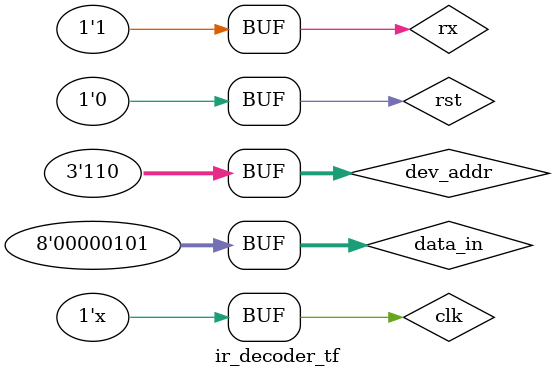
<source format=v>


`timescale 1ns/1ns
module ir_decoder_tf();

// DATE:     12:18:22 06/27/2014 
// MODULE:   IR_decoder
// DESIGN:   IR_decoder
// FILENAME: ir_decoder_tf.v
// PROJECT:  48V1
// VERSION:  


// Inputs
    reg clk;
    reg rst;
    reg rx;
    reg [7:0] data_in;
    reg [2:0] dev_addr;


// Outputs
    wire cmd_reset;
    wire cmd_rst_dac;
    wire cmd_inc_dac;
    wire cmd_dev_sel;
    wire cmd_rst_test;
    wire cmd_startup;
    wire [4:0] pkt_addr;
    wire tx;
    wire [7:0] dev_sel_byte;


// Bidirs


// Instantiate the UUT
    IR_decoder uut (
        .clk(clk), 
        .rst(rst), 
        .rx(rx), 
        .data_in(data_in), 
        .dev_addr(dev_addr), 
        .cmd_reset(cmd_reset), 
        .cmd_rst_dac(cmd_rst_dac), 
        .cmd_inc_dac(cmd_inc_dac), 
        .cmd_dev_sel(cmd_dev_sel), 
        .cmd_rst_test(cmd_rst_test), 
        .cmd_startup(cmd_startup), 
        .pkt_addr(pkt_addr), 
        .tx(tx), 
        .dev_sel_byte(dev_sel_byte)
        );


// Initialize Inputs
        initial begin
            clk = 0;
            rst = 0;
		  data_in = 0;
		  dev_addr = 0;
		  rx = 0;

		  #50 rst = 1;
		  #50 rst = 0;
            

		  #100 data_in = 8'haa;
		  dev_addr = 3'b110;
		  	
			#(52083*12) rx =1;//idle

			//cmd_reset
			#(52083*2) rx =0;//start
			#(52083*2) rx =1;
			#(52083*2) rx =0;
			#(52083*2) rx =0;
			#(52083*2) rx =0;
			#(52083*2) rx =0;
			#(52083*2) rx =0;
			#(52083*2) rx =1;
			#(52083*2) rx =0;
			#(52083*2) rx =1;//stop
			#((52083*2)*12) rx =1;//idle
			//cmd_rst_dac
			#(52083*2) rx =0;//start
			#(52083*2) rx =0;
			#(52083*2) rx =1;
			#(52083*2) rx =0;
			#(52083*2) rx =0;
			#(52083*2) rx =0;
			#(52083*2) rx =0;
			#(52083*2) rx =1;
			#(52083*2) rx =0;
			#(52083*2) rx =1;//stop
			#((52083*2)*12) rx =1;//idle
			//cmd_inc_dac
			#(52083*2) rx =0;//start
			#(52083*2) rx =1;
			#(52083*2) rx =1;
			#(52083*2) rx =0;
			#(52083*2) rx =0;
			#(52083*2) rx =0;
			#(52083*2) rx =0;
			#(52083*2) rx =1;
			#(52083*2) rx =0;
			#(52083*2) rx =1;//stop
			#((52083*2)*12) rx =1;//idle
			
			//cmd_rst_test
			#(52083*2) rx =0;//start
			#(52083*2) rx =1;
			#(52083*2) rx =0;
			#(52083*2) rx =1;
			#(52083*2) rx =0;
			#(52083*2) rx =0;
			#(52083*2) rx =0;
			#(52083*2) rx =1;
			#(52083*2) rx =0;
			#(52083*2) rx =1;//stop
			#((52083*2)*12) rx =1;//idle

			//cmd_startup
			#(52083*2) rx =0;//start
			#(52083*2) rx =0;
			#(52083*2) rx =1;
			#(52083*2) rx =1;
			#(52083*2) rx =0;
			#(52083*2) rx =0;
			#(52083*2) rx =0;
			#(52083*2) rx =1;
			#(52083*2) rx =0;
			#(52083*2) rx =1;//stop
			#((52083*2)*12) rx =1;//idle


			// select dev
			#(52083*2) rx =0;//start

			#(52083*2) rx =0;//d0
			#(52083*2) rx =1;
			#(52083*2) rx =1;
			#(52083*2) rx =0;
			#(52083*2) rx =0;
			#(52083*2) rx =0;
			#(52083*2) rx =1;
			#(52083*2) rx =1;//d7

			#(52083*2) rx =1;//stop
			#((52083*2)*12) rx =1;//idle

			// read
			data_in = 8'h01;
			#(52083*2) rx =0;//start

			#(52083*2) rx =0;//d0
			#(52083*2) rx =0;
			#(52083*2) rx =0;
			#(52083*2) rx =0;
			#(52083*2) rx =0;
			#(52083*2) rx =0;
			#(52083*2) rx =0;
			#(52083*2) rx =1;//d7

			#(52083*2) rx =1;//stop
			#((52083*2)*12) rx =1;//idle
			// read
			data_in = 8'h02;
			#(52083*2) rx =0;//start

			#(52083*2) rx =1;//d0
			#(52083*2) rx =0;
			#(52083*2) rx =0;
			#(52083*2) rx =0;
			#(52083*2) rx =0;
			#(52083*2) rx =0;
			#(52083*2) rx =0;
			#(52083*2) rx =1;//d7

			#(52083*2) rx =1;//stop
			#((52083*2)*12) rx =1;//idle

			// read
			data_in = 8'h03;
			#(52083*2) rx =0;//start

			#(52083*2) rx =0;//d0
			#(52083*2) rx =1;
			#(52083*2) rx =0;
			#(52083*2) rx =0;
			#(52083*2) rx =0;
			#(52083*2) rx =0;
			#(52083*2) rx =0;
			#(52083*2) rx =1;//d7

			#(52083*2) rx =1;//stop
			#((52083*2)*12) rx =1;//idle


			// read
			data_in = 8'h04;
			#(52083*2) rx =0;//start

			#(52083*2) rx =1;//d0
			#(52083*2) rx =1;
			#(52083*2) rx =0;
			#(52083*2) rx =0;
			#(52083*2) rx =0;
			#(52083*2) rx =0;
			#(52083*2) rx =0;
			#(52083*2) rx =1;//d7

			#(52083*2) rx =1;//stop
			#((52083*2)*12) rx =1;//idle


			// read
			data_in = 8'h05;
			#(52083*2) rx =0;//start

			#(52083*2) rx =0;//d0
			#(52083*2) rx =0;
			#(52083*2) rx =1;
			#(52083*2) rx =0;
			#(52083*2) rx =0;
			#(52083*2) rx =0;
			#(52083*2) rx =0;
			#(52083*2) rx =1;//d7

			#(52083*2) rx =1;//stop
			#((52083*2)*12) rx =1;//idle
        end

always 
#20 clk = ~clk;
endmodule


</source>
